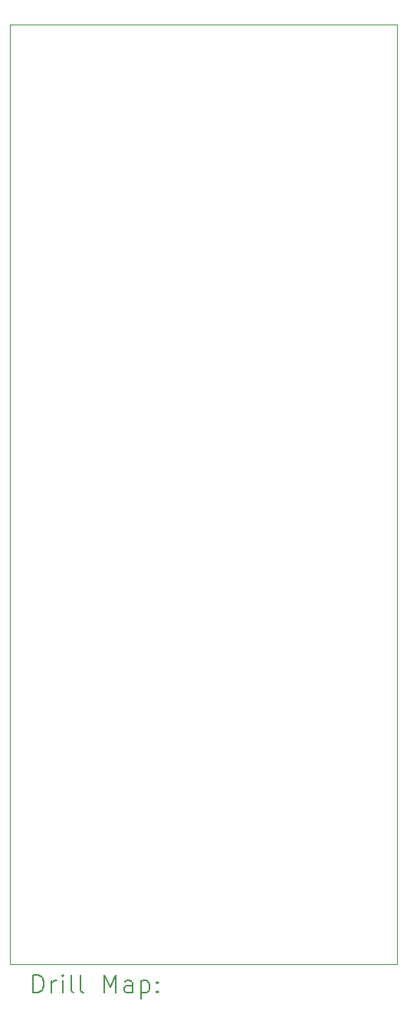
<source format=gbr>
%TF.GenerationSoftware,KiCad,Pcbnew,9.0.2-9.0.2-0~ubuntu25.04.1*%
%TF.CreationDate,2025-05-27T06:33:51+10:00*%
%TF.ProjectId,front_board,66726f6e-745f-4626-9f61-72642e6b6963,rev?*%
%TF.SameCoordinates,Original*%
%TF.FileFunction,Drillmap*%
%TF.FilePolarity,Positive*%
%FSLAX45Y45*%
G04 Gerber Fmt 4.5, Leading zero omitted, Abs format (unit mm)*
G04 Created by KiCad (PCBNEW 9.0.2-9.0.2-0~ubuntu25.04.1) date 2025-05-27 06:33:51*
%MOMM*%
%LPD*%
G01*
G04 APERTURE LIST*
%ADD10C,0.050000*%
%ADD11C,0.200000*%
G04 APERTURE END LIST*
D10*
X5887500Y-4620000D02*
X10162500Y-4620000D01*
X10162500Y-14995000D01*
X5887500Y-14995000D01*
X5887500Y-4620000D01*
D11*
X6145777Y-15308984D02*
X6145777Y-15108984D01*
X6145777Y-15108984D02*
X6193396Y-15108984D01*
X6193396Y-15108984D02*
X6221967Y-15118508D01*
X6221967Y-15118508D02*
X6241015Y-15137555D01*
X6241015Y-15137555D02*
X6250539Y-15156603D01*
X6250539Y-15156603D02*
X6260062Y-15194698D01*
X6260062Y-15194698D02*
X6260062Y-15223269D01*
X6260062Y-15223269D02*
X6250539Y-15261365D01*
X6250539Y-15261365D02*
X6241015Y-15280412D01*
X6241015Y-15280412D02*
X6221967Y-15299460D01*
X6221967Y-15299460D02*
X6193396Y-15308984D01*
X6193396Y-15308984D02*
X6145777Y-15308984D01*
X6345777Y-15308984D02*
X6345777Y-15175650D01*
X6345777Y-15213746D02*
X6355301Y-15194698D01*
X6355301Y-15194698D02*
X6364824Y-15185174D01*
X6364824Y-15185174D02*
X6383872Y-15175650D01*
X6383872Y-15175650D02*
X6402920Y-15175650D01*
X6469586Y-15308984D02*
X6469586Y-15175650D01*
X6469586Y-15108984D02*
X6460062Y-15118508D01*
X6460062Y-15118508D02*
X6469586Y-15128031D01*
X6469586Y-15128031D02*
X6479110Y-15118508D01*
X6479110Y-15118508D02*
X6469586Y-15108984D01*
X6469586Y-15108984D02*
X6469586Y-15128031D01*
X6593396Y-15308984D02*
X6574348Y-15299460D01*
X6574348Y-15299460D02*
X6564824Y-15280412D01*
X6564824Y-15280412D02*
X6564824Y-15108984D01*
X6698158Y-15308984D02*
X6679110Y-15299460D01*
X6679110Y-15299460D02*
X6669586Y-15280412D01*
X6669586Y-15280412D02*
X6669586Y-15108984D01*
X6926729Y-15308984D02*
X6926729Y-15108984D01*
X6926729Y-15108984D02*
X6993396Y-15251841D01*
X6993396Y-15251841D02*
X7060062Y-15108984D01*
X7060062Y-15108984D02*
X7060062Y-15308984D01*
X7241015Y-15308984D02*
X7241015Y-15204222D01*
X7241015Y-15204222D02*
X7231491Y-15185174D01*
X7231491Y-15185174D02*
X7212443Y-15175650D01*
X7212443Y-15175650D02*
X7174348Y-15175650D01*
X7174348Y-15175650D02*
X7155301Y-15185174D01*
X7241015Y-15299460D02*
X7221967Y-15308984D01*
X7221967Y-15308984D02*
X7174348Y-15308984D01*
X7174348Y-15308984D02*
X7155301Y-15299460D01*
X7155301Y-15299460D02*
X7145777Y-15280412D01*
X7145777Y-15280412D02*
X7145777Y-15261365D01*
X7145777Y-15261365D02*
X7155301Y-15242317D01*
X7155301Y-15242317D02*
X7174348Y-15232793D01*
X7174348Y-15232793D02*
X7221967Y-15232793D01*
X7221967Y-15232793D02*
X7241015Y-15223269D01*
X7336253Y-15175650D02*
X7336253Y-15375650D01*
X7336253Y-15185174D02*
X7355301Y-15175650D01*
X7355301Y-15175650D02*
X7393396Y-15175650D01*
X7393396Y-15175650D02*
X7412443Y-15185174D01*
X7412443Y-15185174D02*
X7421967Y-15194698D01*
X7421967Y-15194698D02*
X7431491Y-15213746D01*
X7431491Y-15213746D02*
X7431491Y-15270888D01*
X7431491Y-15270888D02*
X7421967Y-15289936D01*
X7421967Y-15289936D02*
X7412443Y-15299460D01*
X7412443Y-15299460D02*
X7393396Y-15308984D01*
X7393396Y-15308984D02*
X7355301Y-15308984D01*
X7355301Y-15308984D02*
X7336253Y-15299460D01*
X7517205Y-15289936D02*
X7526729Y-15299460D01*
X7526729Y-15299460D02*
X7517205Y-15308984D01*
X7517205Y-15308984D02*
X7507682Y-15299460D01*
X7507682Y-15299460D02*
X7517205Y-15289936D01*
X7517205Y-15289936D02*
X7517205Y-15308984D01*
X7517205Y-15185174D02*
X7526729Y-15194698D01*
X7526729Y-15194698D02*
X7517205Y-15204222D01*
X7517205Y-15204222D02*
X7507682Y-15194698D01*
X7507682Y-15194698D02*
X7517205Y-15185174D01*
X7517205Y-15185174D02*
X7517205Y-15204222D01*
M02*

</source>
